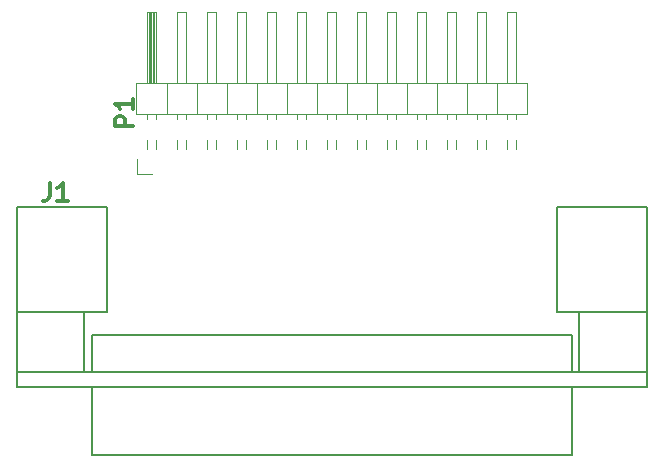
<source format=gto>
%TF.GenerationSoftware,KiCad,Pcbnew,(5.1.10)-1*%
%TF.CreationDate,2022-01-20T18:23:21-05:00*%
%TF.ProjectId,DB25-02,44423235-2d30-4322-9e6b-696361645f70,X1*%
%TF.SameCoordinates,Original*%
%TF.FileFunction,Legend,Top*%
%TF.FilePolarity,Positive*%
%FSLAX46Y46*%
G04 Gerber Fmt 4.6, Leading zero omitted, Abs format (unit mm)*
G04 Created by KiCad (PCBNEW (5.1.10)-1) date 2022-01-20 18:23:21*
%MOMM*%
%LPD*%
G01*
G04 APERTURE LIST*
%ADD10C,0.120000*%
%ADD11C,0.150000*%
%ADD12C,0.304800*%
G04 APERTURE END LIST*
D10*
%TO.C,P1*%
X30988000Y-14224000D02*
X30988000Y-12954000D01*
X32258000Y-14224000D02*
X30988000Y-14224000D01*
X63118000Y-12044000D02*
X63118000Y-11324000D01*
X62358000Y-12044000D02*
X62358000Y-11324000D01*
X63118000Y-9504000D02*
X63118000Y-9074000D01*
X62358000Y-9504000D02*
X62358000Y-9074000D01*
X62358000Y-454000D02*
X62358000Y-6454000D01*
X63118000Y-454000D02*
X62358000Y-454000D01*
X63118000Y-6454000D02*
X63118000Y-454000D01*
X62358000Y-6454000D02*
X63118000Y-6454000D01*
X61468000Y-6454000D02*
X61468000Y-9074000D01*
X64068000Y-6454000D02*
X61468000Y-6454000D01*
X64068000Y-9074000D02*
X64068000Y-6454000D01*
X61468000Y-9074000D02*
X64068000Y-9074000D01*
X60578000Y-12044000D02*
X60578000Y-11324000D01*
X59818000Y-12044000D02*
X59818000Y-11324000D01*
X60578000Y-9504000D02*
X60578000Y-9074000D01*
X59818000Y-9504000D02*
X59818000Y-9074000D01*
X59818000Y-454000D02*
X59818000Y-6454000D01*
X60578000Y-454000D02*
X59818000Y-454000D01*
X60578000Y-6454000D02*
X60578000Y-454000D01*
X59818000Y-6454000D02*
X60578000Y-6454000D01*
X58928000Y-6454000D02*
X58928000Y-9074000D01*
X61468000Y-6454000D02*
X58928000Y-6454000D01*
X61468000Y-9074000D02*
X61468000Y-6454000D01*
X58928000Y-9074000D02*
X61468000Y-9074000D01*
X58038000Y-12044000D02*
X58038000Y-11324000D01*
X57278000Y-12044000D02*
X57278000Y-11324000D01*
X58038000Y-9504000D02*
X58038000Y-9074000D01*
X57278000Y-9504000D02*
X57278000Y-9074000D01*
X57278000Y-454000D02*
X57278000Y-6454000D01*
X58038000Y-454000D02*
X57278000Y-454000D01*
X58038000Y-6454000D02*
X58038000Y-454000D01*
X57278000Y-6454000D02*
X58038000Y-6454000D01*
X56388000Y-6454000D02*
X56388000Y-9074000D01*
X58928000Y-6454000D02*
X56388000Y-6454000D01*
X58928000Y-9074000D02*
X58928000Y-6454000D01*
X56388000Y-9074000D02*
X58928000Y-9074000D01*
X55498000Y-12044000D02*
X55498000Y-11324000D01*
X54738000Y-12044000D02*
X54738000Y-11324000D01*
X55498000Y-9504000D02*
X55498000Y-9074000D01*
X54738000Y-9504000D02*
X54738000Y-9074000D01*
X54738000Y-454000D02*
X54738000Y-6454000D01*
X55498000Y-454000D02*
X54738000Y-454000D01*
X55498000Y-6454000D02*
X55498000Y-454000D01*
X54738000Y-6454000D02*
X55498000Y-6454000D01*
X53848000Y-6454000D02*
X53848000Y-9074000D01*
X56388000Y-6454000D02*
X53848000Y-6454000D01*
X56388000Y-9074000D02*
X56388000Y-6454000D01*
X53848000Y-9074000D02*
X56388000Y-9074000D01*
X52958000Y-12044000D02*
X52958000Y-11324000D01*
X52198000Y-12044000D02*
X52198000Y-11324000D01*
X52958000Y-9504000D02*
X52958000Y-9074000D01*
X52198000Y-9504000D02*
X52198000Y-9074000D01*
X52198000Y-454000D02*
X52198000Y-6454000D01*
X52958000Y-454000D02*
X52198000Y-454000D01*
X52958000Y-6454000D02*
X52958000Y-454000D01*
X52198000Y-6454000D02*
X52958000Y-6454000D01*
X51308000Y-6454000D02*
X51308000Y-9074000D01*
X53848000Y-6454000D02*
X51308000Y-6454000D01*
X53848000Y-9074000D02*
X53848000Y-6454000D01*
X51308000Y-9074000D02*
X53848000Y-9074000D01*
X50418000Y-12044000D02*
X50418000Y-11324000D01*
X49658000Y-12044000D02*
X49658000Y-11324000D01*
X50418000Y-9504000D02*
X50418000Y-9074000D01*
X49658000Y-9504000D02*
X49658000Y-9074000D01*
X49658000Y-454000D02*
X49658000Y-6454000D01*
X50418000Y-454000D02*
X49658000Y-454000D01*
X50418000Y-6454000D02*
X50418000Y-454000D01*
X49658000Y-6454000D02*
X50418000Y-6454000D01*
X48768000Y-6454000D02*
X48768000Y-9074000D01*
X51308000Y-6454000D02*
X48768000Y-6454000D01*
X51308000Y-9074000D02*
X51308000Y-6454000D01*
X48768000Y-9074000D02*
X51308000Y-9074000D01*
X47878000Y-12044000D02*
X47878000Y-11324000D01*
X47118000Y-12044000D02*
X47118000Y-11324000D01*
X47878000Y-9504000D02*
X47878000Y-9074000D01*
X47118000Y-9504000D02*
X47118000Y-9074000D01*
X47118000Y-454000D02*
X47118000Y-6454000D01*
X47878000Y-454000D02*
X47118000Y-454000D01*
X47878000Y-6454000D02*
X47878000Y-454000D01*
X47118000Y-6454000D02*
X47878000Y-6454000D01*
X46228000Y-6454000D02*
X46228000Y-9074000D01*
X48768000Y-6454000D02*
X46228000Y-6454000D01*
X48768000Y-9074000D02*
X48768000Y-6454000D01*
X46228000Y-9074000D02*
X48768000Y-9074000D01*
X45338000Y-12044000D02*
X45338000Y-11324000D01*
X44578000Y-12044000D02*
X44578000Y-11324000D01*
X45338000Y-9504000D02*
X45338000Y-9074000D01*
X44578000Y-9504000D02*
X44578000Y-9074000D01*
X44578000Y-454000D02*
X44578000Y-6454000D01*
X45338000Y-454000D02*
X44578000Y-454000D01*
X45338000Y-6454000D02*
X45338000Y-454000D01*
X44578000Y-6454000D02*
X45338000Y-6454000D01*
X43688000Y-6454000D02*
X43688000Y-9074000D01*
X46228000Y-6454000D02*
X43688000Y-6454000D01*
X46228000Y-9074000D02*
X46228000Y-6454000D01*
X43688000Y-9074000D02*
X46228000Y-9074000D01*
X42798000Y-12044000D02*
X42798000Y-11324000D01*
X42038000Y-12044000D02*
X42038000Y-11324000D01*
X42798000Y-9504000D02*
X42798000Y-9074000D01*
X42038000Y-9504000D02*
X42038000Y-9074000D01*
X42038000Y-454000D02*
X42038000Y-6454000D01*
X42798000Y-454000D02*
X42038000Y-454000D01*
X42798000Y-6454000D02*
X42798000Y-454000D01*
X42038000Y-6454000D02*
X42798000Y-6454000D01*
X41148000Y-6454000D02*
X41148000Y-9074000D01*
X43688000Y-6454000D02*
X41148000Y-6454000D01*
X43688000Y-9074000D02*
X43688000Y-6454000D01*
X41148000Y-9074000D02*
X43688000Y-9074000D01*
X40258000Y-12044000D02*
X40258000Y-11324000D01*
X39498000Y-12044000D02*
X39498000Y-11324000D01*
X40258000Y-9504000D02*
X40258000Y-9074000D01*
X39498000Y-9504000D02*
X39498000Y-9074000D01*
X39498000Y-454000D02*
X39498000Y-6454000D01*
X40258000Y-454000D02*
X39498000Y-454000D01*
X40258000Y-6454000D02*
X40258000Y-454000D01*
X39498000Y-6454000D02*
X40258000Y-6454000D01*
X38608000Y-6454000D02*
X38608000Y-9074000D01*
X41148000Y-6454000D02*
X38608000Y-6454000D01*
X41148000Y-9074000D02*
X41148000Y-6454000D01*
X38608000Y-9074000D02*
X41148000Y-9074000D01*
X37718000Y-12044000D02*
X37718000Y-11324000D01*
X36958000Y-12044000D02*
X36958000Y-11324000D01*
X37718000Y-9504000D02*
X37718000Y-9074000D01*
X36958000Y-9504000D02*
X36958000Y-9074000D01*
X36958000Y-454000D02*
X36958000Y-6454000D01*
X37718000Y-454000D02*
X36958000Y-454000D01*
X37718000Y-6454000D02*
X37718000Y-454000D01*
X36958000Y-6454000D02*
X37718000Y-6454000D01*
X36068000Y-6454000D02*
X36068000Y-9074000D01*
X38608000Y-6454000D02*
X36068000Y-6454000D01*
X38608000Y-9074000D02*
X38608000Y-6454000D01*
X36068000Y-9074000D02*
X38608000Y-9074000D01*
X35178000Y-12044000D02*
X35178000Y-11324000D01*
X34418000Y-12044000D02*
X34418000Y-11324000D01*
X35178000Y-9504000D02*
X35178000Y-9074000D01*
X34418000Y-9504000D02*
X34418000Y-9074000D01*
X34418000Y-454000D02*
X34418000Y-6454000D01*
X35178000Y-454000D02*
X34418000Y-454000D01*
X35178000Y-6454000D02*
X35178000Y-454000D01*
X34418000Y-6454000D02*
X35178000Y-6454000D01*
X33528000Y-6454000D02*
X33528000Y-9074000D01*
X36068000Y-6454000D02*
X33528000Y-6454000D01*
X36068000Y-9074000D02*
X36068000Y-6454000D01*
X33528000Y-9074000D02*
X36068000Y-9074000D01*
X32598000Y-6454000D02*
X32598000Y-454000D01*
X32478000Y-6454000D02*
X32478000Y-454000D01*
X32358000Y-6454000D02*
X32358000Y-454000D01*
X32238000Y-6454000D02*
X32238000Y-454000D01*
X32118000Y-6454000D02*
X32118000Y-454000D01*
X31998000Y-6454000D02*
X31998000Y-454000D01*
X32638000Y-12044000D02*
X32638000Y-11324000D01*
X31878000Y-12044000D02*
X31878000Y-11324000D01*
X32638000Y-9504000D02*
X32638000Y-9074000D01*
X31878000Y-9504000D02*
X31878000Y-9074000D01*
X31878000Y-454000D02*
X31878000Y-6454000D01*
X32638000Y-454000D02*
X31878000Y-454000D01*
X32638000Y-6454000D02*
X32638000Y-454000D01*
X31878000Y-6454000D02*
X32638000Y-6454000D01*
X30928000Y-6454000D02*
X30928000Y-9074000D01*
X33528000Y-6454000D02*
X30928000Y-6454000D01*
X33528000Y-9074000D02*
X33528000Y-6454000D01*
X30928000Y-9074000D02*
X33528000Y-9074000D01*
D11*
%TO.C,J1*%
X74168000Y-17018000D02*
X66548000Y-17018000D01*
X67818000Y-37973000D02*
X27178000Y-37973000D01*
X67818000Y-27813000D02*
X27178000Y-27813000D01*
X28448000Y-17018000D02*
X20828000Y-17018000D01*
X74168000Y-30988000D02*
X20828000Y-30988000D01*
X74168000Y-32258000D02*
X74168000Y-30988000D01*
X20828000Y-32258000D02*
X74168000Y-32258000D01*
X20828000Y-30988000D02*
X20828000Y-32258000D01*
X67818000Y-37973000D02*
X67818000Y-32258000D01*
X27178000Y-37973000D02*
X27178000Y-32258000D01*
X67818000Y-27813000D02*
X67818000Y-30988000D01*
X27178000Y-27813000D02*
X27178000Y-30988000D01*
X74168000Y-25908000D02*
X66548000Y-25908000D01*
X20828000Y-25908000D02*
X28448000Y-25908000D01*
X74168000Y-17018000D02*
X74168000Y-30988000D01*
X66548000Y-25908000D02*
X66548000Y-17018000D01*
X68453000Y-30988000D02*
X68453000Y-25908000D01*
X26543000Y-30988000D02*
X26543000Y-25908000D01*
X28448000Y-25908000D02*
X28448000Y-17018000D01*
X20828000Y-30988000D02*
X20828000Y-17018000D01*
%TO.C,P1*%
D12*
X30689428Y-10124857D02*
X29165428Y-10124857D01*
X29165428Y-9544285D01*
X29238000Y-9399142D01*
X29310571Y-9326571D01*
X29455714Y-9254000D01*
X29673428Y-9254000D01*
X29818571Y-9326571D01*
X29891142Y-9399142D01*
X29963714Y-9544285D01*
X29963714Y-10124857D01*
X30689428Y-7802571D02*
X30689428Y-8673428D01*
X30689428Y-8238000D02*
X29165428Y-8238000D01*
X29383142Y-8383142D01*
X29528285Y-8528285D01*
X29600857Y-8673428D01*
%TO.C,J1*%
X23622000Y-14913428D02*
X23622000Y-16002000D01*
X23549428Y-16219714D01*
X23404285Y-16364857D01*
X23186571Y-16437428D01*
X23041428Y-16437428D01*
X25146000Y-16437428D02*
X24275142Y-16437428D01*
X24710571Y-16437428D02*
X24710571Y-14913428D01*
X24565428Y-15131142D01*
X24420285Y-15276285D01*
X24275142Y-15348857D01*
%TD*%
M02*

</source>
